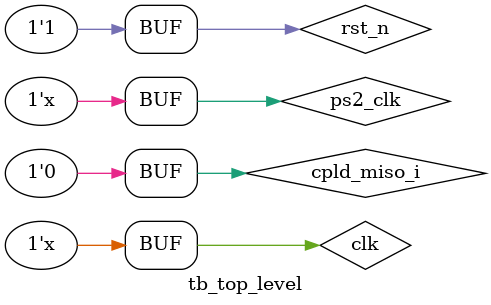
<source format=v>
`timescale 1ns / 1ps


module tb_top_level;

	// Inputs
	reg clk;
	reg rst_n;
	reg cpld_miso_i;
	reg ps2_clk;
	reg ps2_data;

	// Outputs
	wire hsync;
	wire vsync;
	wire [1:0] r;
	wire [1:0] g;
	wire [1:0] b;
	wire cpld_clk_o;
	wire cpld_rstn_o;
	wire cpld_load_o;
	wire cpld_mosi_o;
	wire cpld_jtagen_o;
	wire [7:0] state_led_o;

	// Instantiate the Unit Under Test (UUT)
	top_level uut (
		.clk(clk), 
		.rst_n(rst_n), 
		.hsync(hsync), 
		.vsync(vsync), 
		.r(r), 
		.g(g), 
		.b(b), 
		.cpld_miso_i(cpld_miso_i), 
		.cpld_clk_o(cpld_clk_o), 
		.cpld_rstn_o(cpld_rstn_o), 
		.cpld_load_o(cpld_load_o), 
		.cpld_mosi_o(cpld_mosi_o), 
		.cpld_jtagen_o(cpld_jtagen_o), 
		.ps2_clk(ps2_clk), 
		.ps2_data(ps2_data), 
		.state_led_o(state_led_o)
	);

	initial begin
		// Initialize Inputs
		clk = 0;
		rst_n = 0;
		cpld_miso_i = 0;
		ps2_clk = 0;
		rst_n = 0;
		ps2_data = 0;

		// Wait 100 ns for global reset to finish
		#100;
		#100 rst_n = 1;
		
		end
			
	always #10
      clk = ~clk;
		
	always #200
		ps2_clk <= ~ps2_clk;

	//reg [15:0] data = 16'b1110_1010_1010_0111;
	reg [10:0] data_i = 11'b0_0111_0101_01;
	
	always @ (posedge ps2_clk)
		if (rst_n)
		begin
			data_i <= {data_i[0], data_i[10:1]};
			ps2_data = data_i[0];
		end


        
		// Add stimulus here


      
endmodule


</source>
